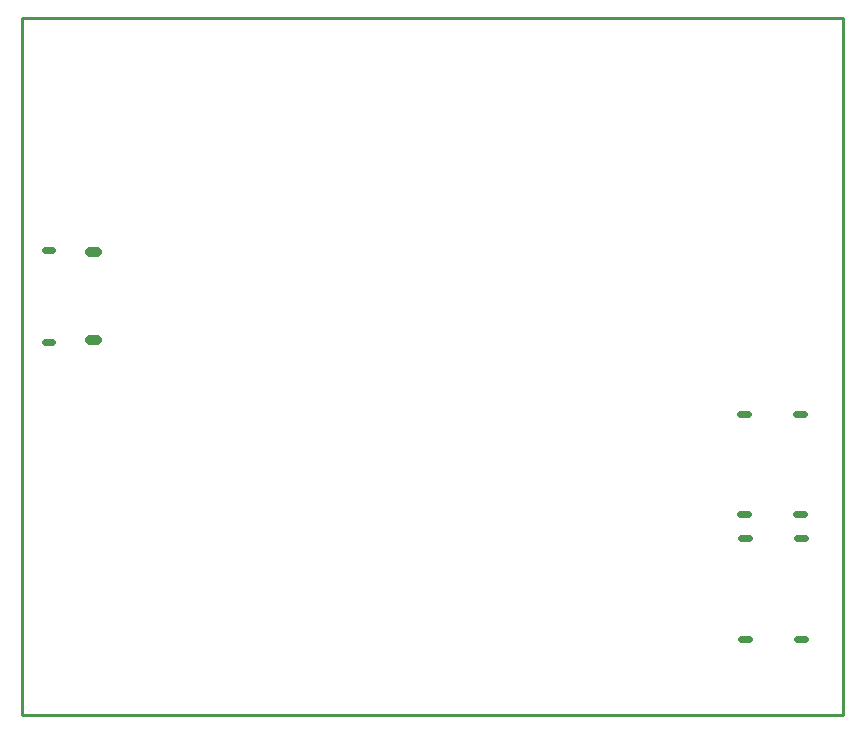
<source format=gko>
G04 Layer_Color=16711935*
%FSLAX24Y24*%
%MOIN*%
G70*
G01*
G75*
%ADD34C,0.0100*%
%ADD87C,0.0320*%
%ADD88C,0.0220*%
%ADD89C,0.0225*%
D34*
X12800Y39370D02*
X40150D01*
Y16150D02*
Y39370D01*
X12800Y16150D02*
X40150D01*
X12800D02*
Y39370D01*
D87*
X15070Y28647D02*
X15290D01*
X15070Y31580D02*
X15290D01*
D88*
X13560Y31641D02*
X13800D01*
X13560Y28590D02*
X13800D01*
D89*
X38617Y18683D02*
X38887D01*
X36755D02*
X37025D01*
X36755Y22045D02*
X37025D01*
X38617D02*
X38887D01*
X38582Y22838D02*
X38852D01*
X36720D02*
X36990D01*
X38582Y26200D02*
X38852D01*
X36720D02*
X36990D01*
M02*

</source>
